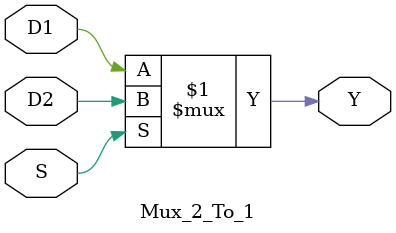
<source format=v>
`timescale 1ns / 1ps


module Mux_2_To_1(
    input S,
    input D1,
    input D2,
    output Y
    );
    
    //Defining module behaviour
    assign Y = S ? D2 : D1;
    
endmodule

</source>
